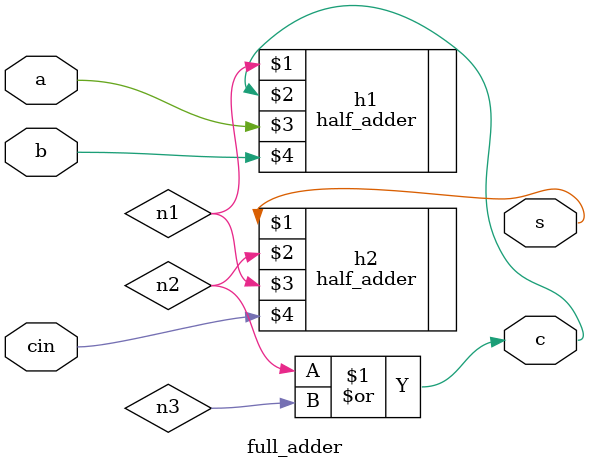
<source format=v>
module full_adder (s,c,a,b,cin);

input a,b,cin;
output s,c;
wire n1,n2,n3;

half_adder h1 (n1,c,a,b);
half_adder h2 (s,n2,n1,cin);
or o1 (c,n2,n3);

endmodule



</source>
